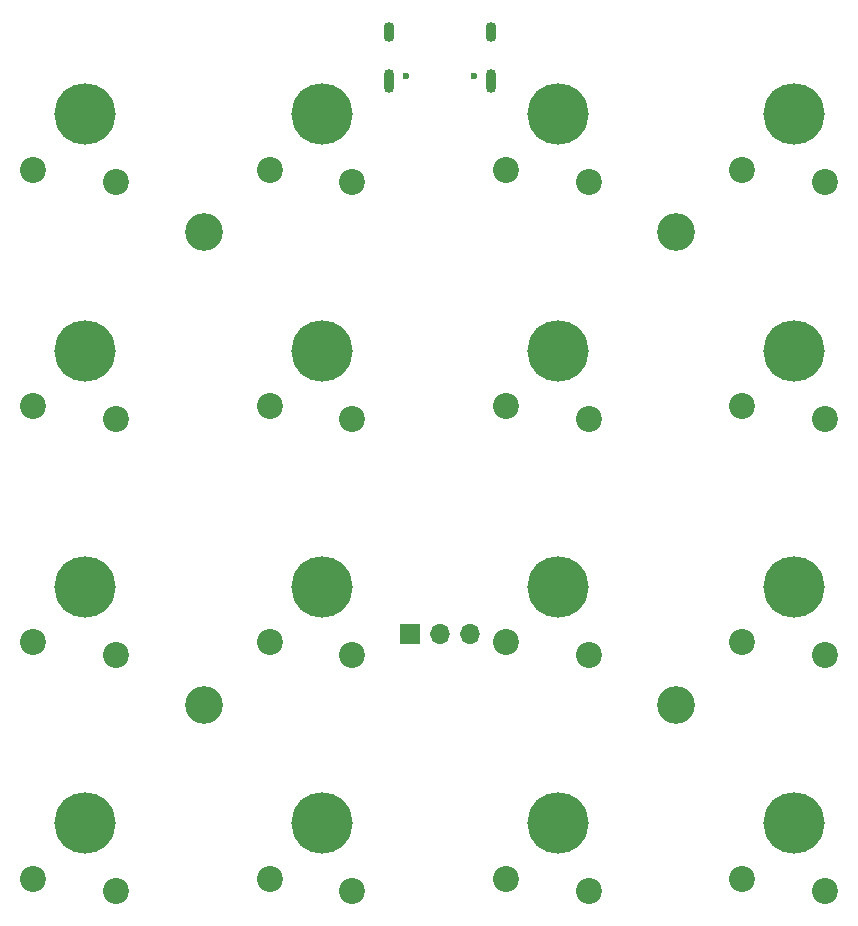
<source format=gbr>
%TF.GenerationSoftware,KiCad,Pcbnew,7.0.8-7.0.8~ubuntu22.04.1*%
%TF.CreationDate,2023-10-30T19:30:10-07:00*%
%TF.ProjectId,buttons,62757474-6f6e-4732-9e6b-696361645f70,rev?*%
%TF.SameCoordinates,Original*%
%TF.FileFunction,Soldermask,Top*%
%TF.FilePolarity,Negative*%
%FSLAX46Y46*%
G04 Gerber Fmt 4.6, Leading zero omitted, Abs format (unit mm)*
G04 Created by KiCad (PCBNEW 7.0.8-7.0.8~ubuntu22.04.1) date 2023-10-30 19:30:10*
%MOMM*%
%LPD*%
G01*
G04 APERTURE LIST*
%ADD10C,5.200000*%
%ADD11C,2.200000*%
%ADD12C,3.200000*%
%ADD13R,1.700000X1.700000*%
%ADD14O,1.700000X1.700000*%
%ADD15C,0.600000*%
%ADD16O,0.900000X1.700000*%
%ADD17O,0.900000X2.000000*%
G04 APERTURE END LIST*
D10*
%TO.C,SW9*%
X120000000Y-110000000D03*
D11*
X115600000Y-114700000D03*
X122600000Y-115750000D03*
%TD*%
D10*
%TO.C,SW15*%
X160000000Y-130000000D03*
D11*
X155600000Y-134700000D03*
X162600000Y-135750000D03*
%TD*%
D10*
%TO.C,SW6*%
X140000000Y-90000000D03*
D11*
X135600000Y-94700000D03*
X142600000Y-95750000D03*
%TD*%
D10*
%TO.C,SW5*%
X120000000Y-90000000D03*
D11*
X115600000Y-94700000D03*
X122600000Y-95750000D03*
%TD*%
D12*
%TO.C,H2*%
X170000000Y-80000000D03*
%TD*%
D10*
%TO.C,SW1*%
X120000000Y-70000000D03*
D11*
X115600000Y-74700000D03*
X122600000Y-75750000D03*
%TD*%
D10*
%TO.C,SW7*%
X160000000Y-90000000D03*
D11*
X155600000Y-94700000D03*
X162600000Y-95750000D03*
%TD*%
D10*
%TO.C,SW14*%
X140000000Y-130000000D03*
D11*
X135600000Y-134700000D03*
X142600000Y-135750000D03*
%TD*%
D10*
%TO.C,SW12*%
X180000000Y-110000000D03*
D11*
X175600000Y-114700000D03*
X182600000Y-115750000D03*
%TD*%
D12*
%TO.C,H3*%
X130000000Y-120000000D03*
%TD*%
D10*
%TO.C,SW8*%
X180000000Y-90000000D03*
D11*
X175600000Y-94700000D03*
X182600000Y-95750000D03*
%TD*%
D10*
%TO.C,SW11*%
X160000000Y-110000000D03*
D11*
X155600000Y-114700000D03*
X162600000Y-115750000D03*
%TD*%
D12*
%TO.C,H1*%
X130000000Y-80000000D03*
%TD*%
D10*
%TO.C,SW16*%
X180000000Y-130000000D03*
D11*
X175600000Y-134700000D03*
X182600000Y-135750000D03*
%TD*%
D10*
%TO.C,SW4*%
X180000000Y-70000000D03*
D11*
X175600000Y-74700000D03*
X182600000Y-75750000D03*
%TD*%
D10*
%TO.C,SW10*%
X140000000Y-110000000D03*
D11*
X135600000Y-114700000D03*
X142600000Y-115750000D03*
%TD*%
D12*
%TO.C,H4*%
X170000000Y-120000000D03*
%TD*%
D10*
%TO.C,SW3*%
X160000000Y-70000000D03*
D11*
X155600000Y-74700000D03*
X162600000Y-75750000D03*
%TD*%
D10*
%TO.C,SW2*%
X140000000Y-70000000D03*
D11*
X135600000Y-74700000D03*
X142600000Y-75750000D03*
%TD*%
D10*
%TO.C,SW13*%
X120000000Y-130000000D03*
D11*
X115600000Y-134700000D03*
X122600000Y-135750000D03*
%TD*%
D13*
%TO.C,J3*%
X147475000Y-114000000D03*
D14*
X150015000Y-114000000D03*
X152555000Y-114000000D03*
%TD*%
D15*
%TO.C,J2*%
X147110000Y-66725000D03*
X152890000Y-66725000D03*
D16*
X145680000Y-63035000D03*
D17*
X145680000Y-67205000D03*
D16*
X154320000Y-63035000D03*
D17*
X154320000Y-67205000D03*
%TD*%
M02*

</source>
